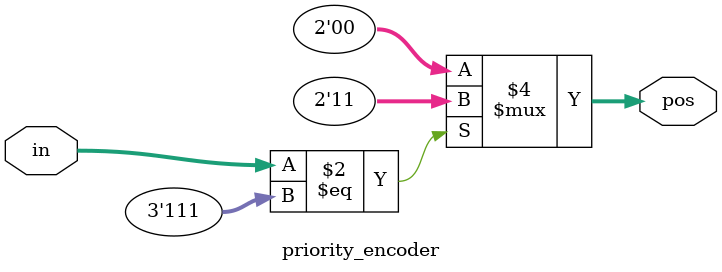
<source format=v>
module priority_encoder( 
input [2:0] in,
output reg [1:0] pos ); 
// When sel=1, assign b to out
always @(in or pos)
begin
if (in == 3'b111)
 pos = 2'b11;	// When all inputs are 1, output is 3, i.e. 111
else
 pos = 2'b00;	// Otherwise, output is 0
end
endmodule

</source>
